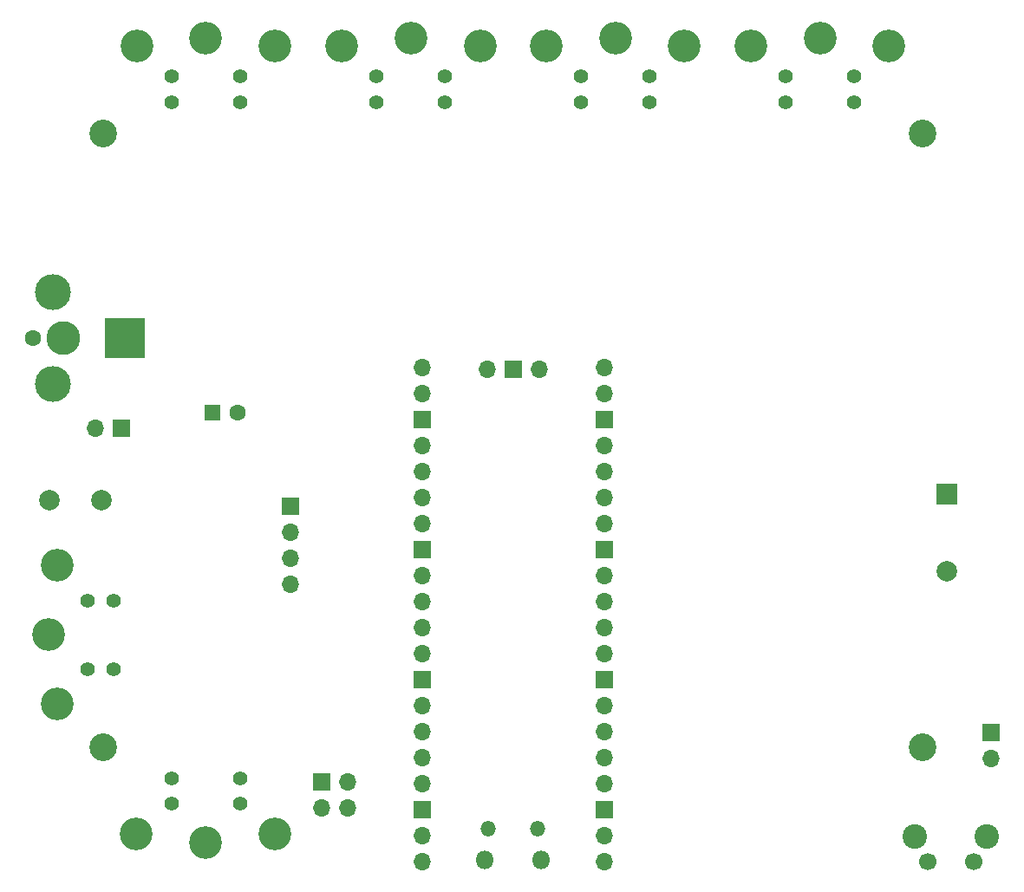
<source format=gbs>
G04 #@! TF.GenerationSoftware,KiCad,Pcbnew,9.0.4-9.0.4-0~ubuntu22.04.1*
G04 #@! TF.CreationDate,2025-09-29T06:12:51-06:00*
G04 #@! TF.ProjectId,hootswitch,686f6f74-7377-4697-9463-682e6b696361,rev?*
G04 #@! TF.SameCoordinates,Original*
G04 #@! TF.FileFunction,Soldermask,Bot*
G04 #@! TF.FilePolarity,Negative*
%FSLAX46Y46*%
G04 Gerber Fmt 4.6, Leading zero omitted, Abs format (unit mm)*
G04 Created by KiCad (PCBNEW 9.0.4-9.0.4-0~ubuntu22.04.1) date 2025-09-29 06:12:51*
%MOMM*%
%LPD*%
G01*
G04 APERTURE LIST*
%ADD10R,1.600000X1.600000*%
%ADD11C,1.600000*%
%ADD12C,2.700000*%
%ADD13C,1.400000*%
%ADD14C,3.200000*%
%ADD15C,2.400000*%
%ADD16C,1.700000*%
%ADD17R,1.700000X1.700000*%
%ADD18O,1.700000X1.700000*%
%ADD19R,4.000000X4.000000*%
%ADD20C,3.300000*%
%ADD21C,3.500000*%
%ADD22O,1.800000X1.800000*%
%ADD23O,1.500000X1.500000*%
%ADD24R,2.000000X2.000000*%
%ADD25C,2.000000*%
G04 APERTURE END LIST*
D10*
X80645000Y-101346000D03*
D11*
X83145000Y-101346000D03*
D12*
X70000000Y-74000000D03*
D13*
X68500000Y-126350000D03*
X68500000Y-119650000D03*
X71000000Y-126350000D03*
X71000000Y-119650000D03*
D14*
X65510000Y-129760000D03*
X64700000Y-123000000D03*
X65510000Y-116240000D03*
D15*
X156250000Y-142700000D03*
X149250000Y-142700000D03*
D16*
X155000000Y-145200000D03*
X150500000Y-145200000D03*
D13*
X136630000Y-68490000D03*
X143330000Y-68490000D03*
X136630000Y-70990000D03*
X143330000Y-70990000D03*
D14*
X133220000Y-65500000D03*
X139980000Y-64690000D03*
X146740000Y-65500000D03*
D17*
X156718000Y-132583000D03*
D18*
X156718000Y-135123000D03*
D13*
X76670000Y-68490000D03*
X83370000Y-68490000D03*
X76670000Y-70990000D03*
X83370000Y-70990000D03*
D14*
X73260000Y-65500000D03*
X80020000Y-64690000D03*
X86780000Y-65500000D03*
D11*
X63100000Y-94000000D03*
D19*
X72100000Y-94000000D03*
D20*
X66100000Y-94000000D03*
D21*
X65100000Y-89500000D03*
X65100000Y-98500000D03*
D22*
X112725000Y-145000000D03*
D23*
X112425000Y-141970000D03*
X107575000Y-141970000D03*
D22*
X107275000Y-145000000D03*
D18*
X118890000Y-145130000D03*
X118890000Y-142590000D03*
D17*
X118890000Y-140050000D03*
D18*
X118890000Y-137510000D03*
X118890000Y-134970000D03*
X118890000Y-132430000D03*
X118890000Y-129890000D03*
D17*
X118890000Y-127350000D03*
D18*
X118890000Y-124810000D03*
X118890000Y-122270000D03*
X118890000Y-119730000D03*
X118890000Y-117190000D03*
D17*
X118890000Y-114650000D03*
D18*
X118890000Y-112110000D03*
X118890000Y-109570000D03*
X118890000Y-107030000D03*
X118890000Y-104490000D03*
D17*
X118890000Y-101950000D03*
D18*
X118890000Y-99410000D03*
X118890000Y-96870000D03*
X101110000Y-96870000D03*
X101110000Y-99410000D03*
D17*
X101110000Y-101950000D03*
D18*
X101110000Y-104490000D03*
X101110000Y-107030000D03*
X101110000Y-109570000D03*
X101110000Y-112110000D03*
D17*
X101110000Y-114650000D03*
D18*
X101110000Y-117190000D03*
X101110000Y-119730000D03*
X101110000Y-122270000D03*
X101110000Y-124810000D03*
D17*
X101110000Y-127350000D03*
D18*
X101110000Y-129890000D03*
X101110000Y-132430000D03*
X101110000Y-134970000D03*
X101110000Y-137510000D03*
D17*
X101110000Y-140050000D03*
D18*
X101110000Y-142590000D03*
X101110000Y-145130000D03*
X112540000Y-97100000D03*
D17*
X110000000Y-97100000D03*
D18*
X107460000Y-97100000D03*
D24*
X152400000Y-109230000D03*
D25*
X152400000Y-116830000D03*
D17*
X88265000Y-110490000D03*
D18*
X88265000Y-113030000D03*
X88265000Y-115570000D03*
X88265000Y-118110000D03*
D12*
X150000000Y-74000000D03*
D13*
X96680000Y-68490000D03*
X103380000Y-68490000D03*
X96680000Y-70990000D03*
X103380000Y-70990000D03*
D14*
X93270000Y-65500000D03*
X100030000Y-64690000D03*
X106790000Y-65500000D03*
D13*
X116650000Y-68490000D03*
X123350000Y-68490000D03*
X116650000Y-70990000D03*
X123350000Y-70990000D03*
D14*
X113240000Y-65500000D03*
X120000000Y-64690000D03*
X126760000Y-65500000D03*
D25*
X64770000Y-109855000D03*
X69850000Y-109855000D03*
D12*
X150000000Y-134000000D03*
D13*
X83350000Y-139500000D03*
X76650000Y-139500000D03*
X83350000Y-137000000D03*
X76650000Y-137000000D03*
D14*
X86760000Y-142490000D03*
X80000000Y-143300000D03*
X73240000Y-142490000D03*
D12*
X70000000Y-134000000D03*
D17*
X91325000Y-137389000D03*
D18*
X93865000Y-137389000D03*
X91325000Y-139929000D03*
X93865000Y-139929000D03*
D17*
X71755000Y-102870000D03*
D18*
X69215000Y-102870000D03*
M02*

</source>
